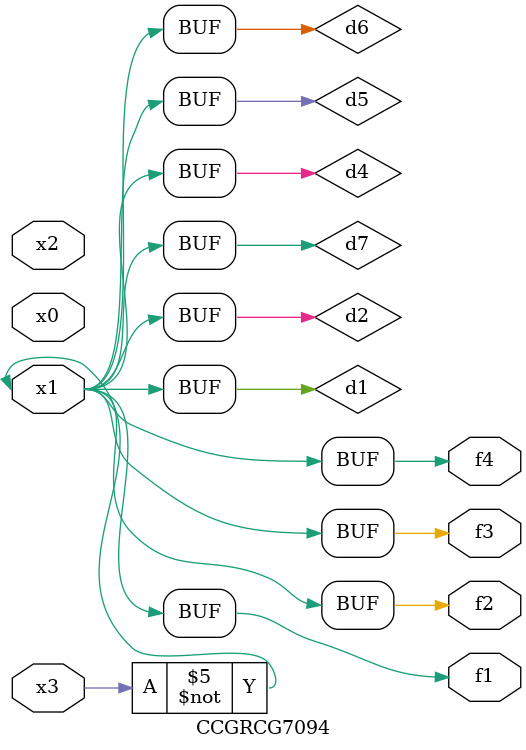
<source format=v>
module CCGRCG7094(
	input x0, x1, x2, x3,
	output f1, f2, f3, f4
);

	wire d1, d2, d3, d4, d5, d6, d7;

	not (d1, x3);
	buf (d2, x1);
	xnor (d3, d1, d2);
	nor (d4, d1);
	buf (d5, d1, d2);
	buf (d6, d4, d5);
	nand (d7, d4);
	assign f1 = d6;
	assign f2 = d7;
	assign f3 = d6;
	assign f4 = d6;
endmodule

</source>
